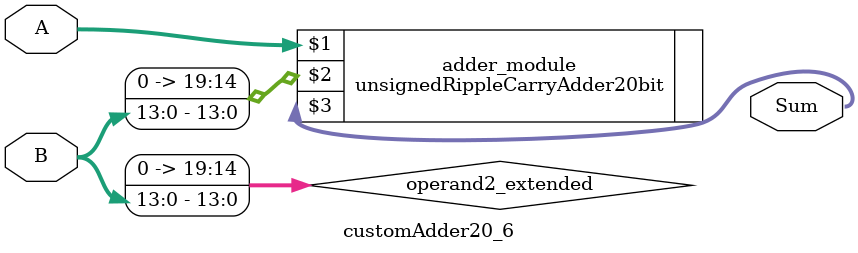
<source format=v>

module customAdder20_6(
                    input [19 : 0] A,
                    input [13 : 0] B,
                    
                    output [20 : 0] Sum
            );

    wire [19 : 0] operand2_extended;
    
    assign operand2_extended =  {6'b0, B};
    
    unsignedRippleCarryAdder20bit adder_module(
        A,
        operand2_extended,
        Sum
    );
    
endmodule
        
</source>
